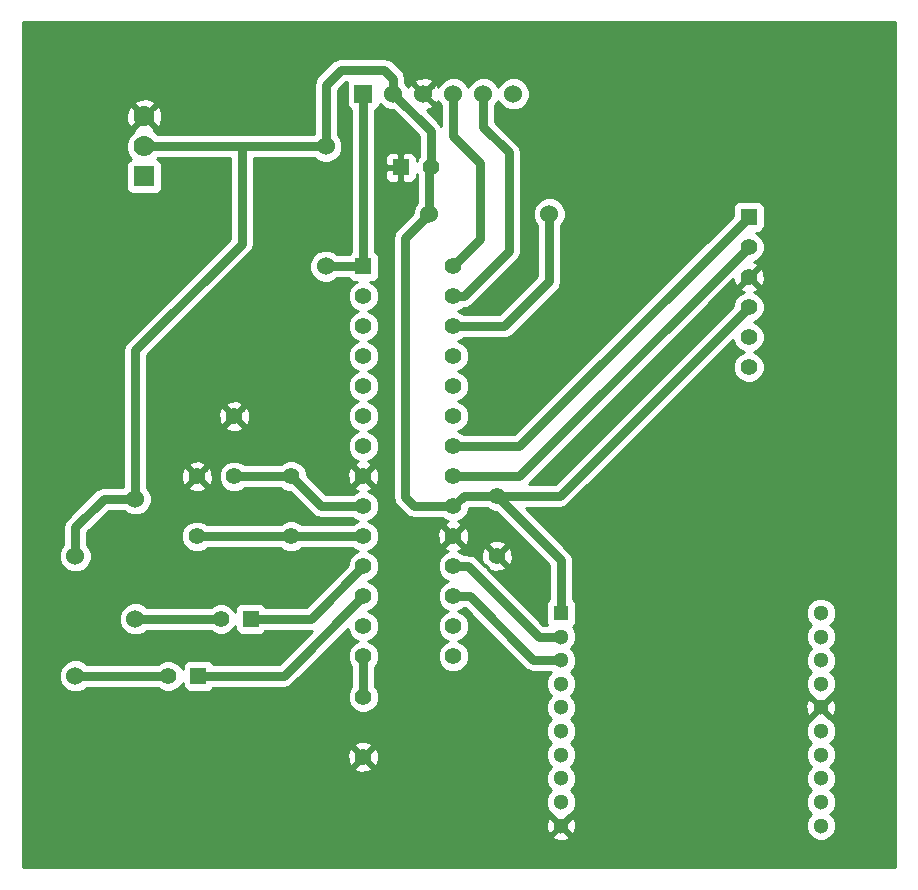
<source format=gbl>
G04 (created by PCBNEW (2013-07-07 BZR 4022)-stable) date 19/11/2014 11:58:33*
%MOIN*%
G04 Gerber Fmt 3.4, Leading zero omitted, Abs format*
%FSLAX34Y34*%
G01*
G70*
G90*
G04 APERTURE LIST*
%ADD10C,0.00590551*%
%ADD11R,0.055X0.055*%
%ADD12C,0.055*%
%ADD13R,0.0511811X0.0511811*%
%ADD14C,0.0511811*%
%ADD15C,0.06*%
%ADD16R,0.06X0.06*%
%ADD17C,0.056*%
%ADD18C,0.07*%
%ADD19R,0.07X0.07*%
%ADD20C,0.03*%
%ADD21C,0.01*%
G04 APERTURE END LIST*
G54D10*
G54D11*
X73350Y-31400D03*
G54D12*
X73350Y-32400D03*
X73350Y-33400D03*
X73350Y-34400D03*
X73350Y-35400D03*
X73350Y-36400D03*
G54D13*
X67088Y-44603D03*
G54D14*
X75750Y-44603D03*
X67088Y-45390D03*
X75750Y-45390D03*
X67088Y-46177D03*
X75750Y-46177D03*
X67088Y-46965D03*
X75750Y-46965D03*
X67088Y-47752D03*
X75750Y-47752D03*
X67088Y-48540D03*
X75750Y-48540D03*
X67088Y-49327D03*
X75750Y-49327D03*
X67088Y-50114D03*
X75750Y-50114D03*
X67088Y-50902D03*
X75750Y-50902D03*
X67088Y-51689D03*
X75750Y-51689D03*
G54D15*
X59250Y-29050D03*
X59250Y-33050D03*
X66700Y-31300D03*
X62700Y-31300D03*
X50900Y-46700D03*
X50900Y-42700D03*
X52900Y-44800D03*
X52900Y-40800D03*
G54D16*
X60500Y-27300D03*
G54D15*
X61500Y-27300D03*
X62500Y-27300D03*
X63500Y-27300D03*
X64500Y-27300D03*
X65500Y-27300D03*
G54D11*
X55000Y-46700D03*
G54D12*
X54000Y-46700D03*
G54D11*
X56750Y-44800D03*
G54D12*
X55750Y-44800D03*
G54D17*
X58100Y-40050D03*
X58100Y-42050D03*
G54D12*
X60500Y-34050D03*
X60500Y-35050D03*
X60500Y-36050D03*
X60500Y-37050D03*
X60500Y-38050D03*
X60500Y-39050D03*
X60500Y-40050D03*
X60500Y-41050D03*
X60500Y-42050D03*
X60500Y-43050D03*
X60500Y-44050D03*
X60500Y-45050D03*
X60500Y-46050D03*
G54D11*
X60500Y-33050D03*
G54D12*
X63500Y-46050D03*
X63500Y-45050D03*
X63500Y-44050D03*
X63500Y-43050D03*
X63500Y-42050D03*
X63500Y-41050D03*
X63500Y-40050D03*
X63500Y-39050D03*
X63500Y-38050D03*
X63500Y-37050D03*
X63500Y-36050D03*
X63500Y-35050D03*
X63500Y-34050D03*
X63500Y-33050D03*
X54950Y-42050D03*
X54950Y-40050D03*
X56200Y-40050D03*
X56200Y-38050D03*
X60500Y-49400D03*
X60500Y-47400D03*
X64950Y-40700D03*
X64950Y-42700D03*
G54D11*
X61750Y-29750D03*
G54D12*
X62750Y-29750D03*
G54D18*
X53200Y-28050D03*
X53200Y-29050D03*
G54D19*
X53200Y-30050D03*
G54D20*
X63500Y-41050D02*
X62200Y-41050D01*
X61900Y-32100D02*
X62700Y-31300D01*
X61900Y-40750D02*
X61900Y-32100D01*
X62200Y-41050D02*
X61900Y-40750D01*
X52900Y-40800D02*
X52900Y-35850D01*
X56450Y-32300D02*
X56450Y-29050D01*
X52900Y-35850D02*
X56450Y-32300D01*
X53200Y-29050D02*
X56450Y-29050D01*
X56450Y-29050D02*
X59250Y-29050D01*
X67088Y-44603D02*
X67088Y-42838D01*
X67088Y-42838D02*
X64950Y-40700D01*
X64950Y-40700D02*
X63850Y-40700D01*
X63850Y-40700D02*
X63500Y-41050D01*
X64950Y-40700D02*
X67050Y-40700D01*
X67050Y-40700D02*
X73350Y-34400D01*
X62700Y-31300D02*
X62700Y-29800D01*
X62700Y-29800D02*
X62750Y-29750D01*
X62750Y-29750D02*
X62750Y-28550D01*
X62750Y-28550D02*
X61500Y-27300D01*
X61500Y-27300D02*
X61500Y-26800D01*
X61500Y-26800D02*
X61200Y-26500D01*
X61200Y-26500D02*
X59750Y-26500D01*
X59250Y-27000D02*
X59250Y-29050D01*
X59750Y-26500D02*
X59250Y-27000D01*
X50900Y-42700D02*
X50900Y-41750D01*
X51850Y-40800D02*
X52900Y-40800D01*
X50900Y-41750D02*
X51850Y-40800D01*
X60500Y-27300D02*
X60500Y-33050D01*
X60500Y-33050D02*
X59250Y-33050D01*
X63500Y-34050D02*
X63850Y-34050D01*
X64500Y-28400D02*
X64500Y-27300D01*
X65350Y-29250D02*
X64500Y-28400D01*
X65350Y-32550D02*
X65350Y-29250D01*
X63850Y-34050D02*
X65350Y-32550D01*
X63500Y-27300D02*
X63500Y-28700D01*
X64400Y-32150D02*
X63500Y-33050D01*
X64400Y-29600D02*
X64400Y-32150D01*
X63500Y-28700D02*
X64400Y-29600D01*
X67088Y-45390D02*
X66340Y-45390D01*
X64000Y-43050D02*
X63500Y-43050D01*
X66340Y-45390D02*
X64000Y-43050D01*
X63500Y-39050D02*
X65700Y-39050D01*
X65700Y-39050D02*
X73350Y-31400D01*
X63500Y-40050D02*
X65700Y-40050D01*
X65700Y-40050D02*
X73350Y-32400D01*
X67088Y-46177D02*
X66172Y-46177D01*
X64044Y-44050D02*
X63500Y-44050D01*
X66172Y-46177D02*
X64044Y-44050D01*
X60500Y-47400D02*
X60500Y-46050D01*
X56200Y-40050D02*
X58100Y-40050D01*
X58100Y-40050D02*
X59100Y-41050D01*
X59100Y-41050D02*
X60500Y-41050D01*
X60500Y-42050D02*
X58100Y-42050D01*
X54950Y-42050D02*
X58100Y-42050D01*
X66700Y-31300D02*
X66700Y-33550D01*
X65200Y-35050D02*
X63500Y-35050D01*
X66700Y-33550D02*
X65200Y-35050D01*
X56750Y-44800D02*
X58750Y-44800D01*
X58750Y-44800D02*
X60500Y-43050D01*
X55000Y-46700D02*
X57850Y-46700D01*
X57850Y-46700D02*
X60500Y-44050D01*
X52900Y-44800D02*
X55750Y-44800D01*
X50900Y-46700D02*
X54000Y-46700D01*
G54D10*
G36*
X78230Y-53080D02*
X76261Y-53080D01*
X76261Y-47823D01*
X76256Y-47739D01*
X76256Y-46865D01*
X76179Y-46679D01*
X76072Y-46571D01*
X76179Y-46464D01*
X76256Y-46279D01*
X76256Y-46077D01*
X76179Y-45891D01*
X76072Y-45784D01*
X76179Y-45677D01*
X76256Y-45491D01*
X76256Y-45290D01*
X76179Y-45104D01*
X76072Y-44996D01*
X76179Y-44890D01*
X76256Y-44704D01*
X76256Y-44502D01*
X76179Y-44316D01*
X76037Y-44174D01*
X75851Y-44097D01*
X75650Y-44097D01*
X75464Y-44174D01*
X75321Y-44316D01*
X75244Y-44502D01*
X75244Y-44703D01*
X75321Y-44889D01*
X75428Y-44996D01*
X75321Y-45103D01*
X75244Y-45289D01*
X75244Y-45490D01*
X75321Y-45676D01*
X75428Y-45784D01*
X75321Y-45891D01*
X75244Y-46076D01*
X75244Y-46278D01*
X75321Y-46464D01*
X75428Y-46571D01*
X75321Y-46678D01*
X75244Y-46864D01*
X75244Y-47065D01*
X75321Y-47251D01*
X75463Y-47393D01*
X75467Y-47395D01*
X75467Y-47398D01*
X75750Y-47682D01*
X76033Y-47398D01*
X76032Y-47395D01*
X76036Y-47394D01*
X76179Y-47252D01*
X76256Y-47066D01*
X76256Y-46865D01*
X76256Y-47739D01*
X76249Y-47623D01*
X76195Y-47491D01*
X76104Y-47469D01*
X75821Y-47752D01*
X76104Y-48035D01*
X76195Y-48014D01*
X76261Y-47823D01*
X76261Y-53080D01*
X76256Y-53080D01*
X76256Y-51589D01*
X76179Y-51403D01*
X76072Y-51296D01*
X76179Y-51189D01*
X76256Y-51003D01*
X76256Y-50802D01*
X76179Y-50616D01*
X76072Y-50508D01*
X76179Y-50401D01*
X76256Y-50216D01*
X76256Y-50014D01*
X76179Y-49828D01*
X76072Y-49721D01*
X76179Y-49614D01*
X76256Y-49428D01*
X76256Y-49227D01*
X76179Y-49041D01*
X76072Y-48933D01*
X76179Y-48827D01*
X76256Y-48641D01*
X76256Y-48439D01*
X76179Y-48253D01*
X76037Y-48111D01*
X76032Y-48109D01*
X76033Y-48106D01*
X75750Y-47823D01*
X75679Y-47894D01*
X75679Y-47752D01*
X75396Y-47469D01*
X75305Y-47491D01*
X75239Y-47681D01*
X75251Y-47882D01*
X75305Y-48014D01*
X75396Y-48035D01*
X75679Y-47752D01*
X75679Y-47894D01*
X75467Y-48106D01*
X75467Y-48109D01*
X75464Y-48111D01*
X75321Y-48253D01*
X75244Y-48439D01*
X75244Y-48640D01*
X75321Y-48826D01*
X75428Y-48933D01*
X75321Y-49040D01*
X75244Y-49226D01*
X75244Y-49427D01*
X75321Y-49613D01*
X75428Y-49721D01*
X75321Y-49828D01*
X75244Y-50013D01*
X75244Y-50215D01*
X75321Y-50401D01*
X75428Y-50508D01*
X75321Y-50615D01*
X75244Y-50801D01*
X75244Y-51002D01*
X75321Y-51188D01*
X75428Y-51296D01*
X75321Y-51402D01*
X75244Y-51588D01*
X75244Y-51789D01*
X75321Y-51975D01*
X75463Y-52118D01*
X75649Y-52195D01*
X75850Y-52195D01*
X76036Y-52118D01*
X76179Y-51976D01*
X76256Y-51790D01*
X76256Y-51589D01*
X76256Y-53080D01*
X73879Y-53080D01*
X73879Y-33475D01*
X73868Y-33267D01*
X73810Y-33127D01*
X73717Y-33102D01*
X73420Y-33400D01*
X73717Y-33697D01*
X73810Y-33672D01*
X73879Y-33475D01*
X73879Y-53080D01*
X73875Y-53080D01*
X73875Y-36296D01*
X73795Y-36103D01*
X73647Y-35955D01*
X73514Y-35899D01*
X73647Y-35845D01*
X73794Y-35697D01*
X73874Y-35504D01*
X73875Y-35296D01*
X73795Y-35103D01*
X73647Y-34955D01*
X73514Y-34899D01*
X73647Y-34845D01*
X73794Y-34697D01*
X73874Y-34504D01*
X73875Y-34296D01*
X73795Y-34103D01*
X73647Y-33955D01*
X73521Y-33902D01*
X73622Y-33860D01*
X73647Y-33767D01*
X73350Y-33470D01*
X73052Y-33767D01*
X73077Y-33860D01*
X73187Y-33899D01*
X73053Y-33954D01*
X72905Y-34102D01*
X72825Y-34295D01*
X72825Y-34359D01*
X66884Y-40300D01*
X66015Y-40300D01*
X72828Y-33486D01*
X72831Y-33532D01*
X72889Y-33672D01*
X72982Y-33697D01*
X73279Y-33400D01*
X73273Y-33394D01*
X73344Y-33323D01*
X73350Y-33329D01*
X73647Y-33032D01*
X73622Y-32939D01*
X73512Y-32900D01*
X73647Y-32845D01*
X73794Y-32697D01*
X73874Y-32504D01*
X73875Y-32296D01*
X73795Y-32103D01*
X73647Y-31955D01*
X73575Y-31925D01*
X73674Y-31925D01*
X73766Y-31887D01*
X73836Y-31816D01*
X73874Y-31724D01*
X73875Y-31625D01*
X73875Y-31075D01*
X73837Y-30983D01*
X73766Y-30913D01*
X73674Y-30875D01*
X73575Y-30874D01*
X73025Y-30874D01*
X72933Y-30912D01*
X72863Y-30983D01*
X72825Y-31075D01*
X72824Y-31174D01*
X72824Y-31359D01*
X65534Y-38650D01*
X63842Y-38650D01*
X63797Y-38605D01*
X63664Y-38549D01*
X63797Y-38495D01*
X63944Y-38347D01*
X64024Y-38154D01*
X64025Y-37946D01*
X63945Y-37753D01*
X63797Y-37605D01*
X63664Y-37549D01*
X63797Y-37495D01*
X63944Y-37347D01*
X64024Y-37154D01*
X64025Y-36946D01*
X63945Y-36753D01*
X63797Y-36605D01*
X63664Y-36549D01*
X63797Y-36495D01*
X63944Y-36347D01*
X64024Y-36154D01*
X64025Y-35946D01*
X63945Y-35753D01*
X63797Y-35605D01*
X63664Y-35549D01*
X63797Y-35495D01*
X63842Y-35450D01*
X65200Y-35450D01*
X65200Y-35449D01*
X65327Y-35424D01*
X65353Y-35419D01*
X65353Y-35419D01*
X65482Y-35332D01*
X66982Y-33832D01*
X66982Y-33832D01*
X67040Y-33746D01*
X67069Y-33703D01*
X67069Y-33703D01*
X67099Y-33550D01*
X67100Y-33550D01*
X67100Y-31677D01*
X67165Y-31611D01*
X67249Y-31409D01*
X67250Y-31191D01*
X67166Y-30988D01*
X67011Y-30834D01*
X66809Y-30750D01*
X66591Y-30749D01*
X66388Y-30833D01*
X66234Y-30988D01*
X66150Y-31190D01*
X66149Y-31408D01*
X66233Y-31611D01*
X66300Y-31677D01*
X66300Y-33384D01*
X65034Y-34650D01*
X63842Y-34650D01*
X63797Y-34605D01*
X63664Y-34549D01*
X63797Y-34495D01*
X63842Y-34450D01*
X63850Y-34450D01*
X63850Y-34449D01*
X63977Y-34424D01*
X64003Y-34419D01*
X64003Y-34419D01*
X64132Y-34332D01*
X65632Y-32832D01*
X65632Y-32832D01*
X65690Y-32746D01*
X65719Y-32703D01*
X65719Y-32703D01*
X65749Y-32550D01*
X65750Y-32550D01*
X65750Y-29250D01*
X65724Y-29122D01*
X65719Y-29096D01*
X65719Y-29096D01*
X65632Y-28967D01*
X65632Y-28967D01*
X64900Y-28234D01*
X64900Y-27677D01*
X64965Y-27611D01*
X64999Y-27530D01*
X65033Y-27611D01*
X65188Y-27765D01*
X65390Y-27849D01*
X65608Y-27850D01*
X65811Y-27766D01*
X65965Y-27611D01*
X66049Y-27409D01*
X66050Y-27191D01*
X65966Y-26988D01*
X65811Y-26834D01*
X65609Y-26750D01*
X65391Y-26749D01*
X65188Y-26833D01*
X65034Y-26988D01*
X65000Y-27069D01*
X64966Y-26988D01*
X64811Y-26834D01*
X64609Y-26750D01*
X64391Y-26749D01*
X64188Y-26833D01*
X64034Y-26988D01*
X64000Y-27069D01*
X63966Y-26988D01*
X63811Y-26834D01*
X63609Y-26750D01*
X63391Y-26749D01*
X63188Y-26833D01*
X63034Y-26988D01*
X63002Y-27063D01*
X62981Y-27012D01*
X62885Y-26984D01*
X62815Y-27055D01*
X62815Y-26914D01*
X62787Y-26818D01*
X62581Y-26745D01*
X62363Y-26756D01*
X62212Y-26818D01*
X62184Y-26914D01*
X62500Y-27229D01*
X62815Y-26914D01*
X62815Y-27055D01*
X62570Y-27300D01*
X62885Y-27615D01*
X62981Y-27587D01*
X63000Y-27532D01*
X63033Y-27611D01*
X63100Y-27677D01*
X63100Y-28367D01*
X63032Y-28267D01*
X63032Y-28267D01*
X62610Y-27845D01*
X62636Y-27843D01*
X62787Y-27781D01*
X62815Y-27685D01*
X62500Y-27370D01*
X62494Y-27376D01*
X62423Y-27305D01*
X62429Y-27300D01*
X62114Y-26984D01*
X62018Y-27012D01*
X61999Y-27067D01*
X61966Y-26988D01*
X61900Y-26922D01*
X61900Y-26800D01*
X61899Y-26799D01*
X61869Y-26646D01*
X61869Y-26646D01*
X61840Y-26603D01*
X61782Y-26517D01*
X61782Y-26517D01*
X61482Y-26217D01*
X61353Y-26130D01*
X61327Y-26125D01*
X61200Y-26100D01*
X59750Y-26100D01*
X59596Y-26130D01*
X59553Y-26159D01*
X59467Y-26217D01*
X58967Y-26717D01*
X58880Y-26846D01*
X58875Y-26872D01*
X58850Y-27000D01*
X58850Y-28650D01*
X56450Y-28650D01*
X53804Y-28650D01*
X53804Y-28143D01*
X53794Y-27905D01*
X53722Y-27732D01*
X53622Y-27698D01*
X53551Y-27769D01*
X53551Y-27627D01*
X53517Y-27527D01*
X53293Y-27445D01*
X53055Y-27455D01*
X52882Y-27527D01*
X52848Y-27627D01*
X53200Y-27979D01*
X53551Y-27627D01*
X53551Y-27769D01*
X53270Y-28050D01*
X53622Y-28401D01*
X53722Y-28367D01*
X53804Y-28143D01*
X53804Y-28650D01*
X53648Y-28650D01*
X53540Y-28541D01*
X53529Y-28537D01*
X53551Y-28472D01*
X53200Y-28120D01*
X53129Y-28191D01*
X53129Y-28050D01*
X52777Y-27698D01*
X52677Y-27732D01*
X52595Y-27956D01*
X52605Y-28194D01*
X52677Y-28367D01*
X52777Y-28401D01*
X53129Y-28050D01*
X53129Y-28191D01*
X52848Y-28472D01*
X52870Y-28537D01*
X52860Y-28541D01*
X52691Y-28709D01*
X52600Y-28930D01*
X52599Y-29168D01*
X52691Y-29389D01*
X52765Y-29464D01*
X52708Y-29487D01*
X52638Y-29558D01*
X52600Y-29650D01*
X52599Y-29749D01*
X52599Y-30449D01*
X52637Y-30541D01*
X52708Y-30611D01*
X52800Y-30649D01*
X52899Y-30650D01*
X53599Y-30650D01*
X53691Y-30612D01*
X53761Y-30541D01*
X53799Y-30449D01*
X53800Y-30350D01*
X53800Y-29650D01*
X53762Y-29558D01*
X53691Y-29488D01*
X53634Y-29464D01*
X53648Y-29450D01*
X56050Y-29450D01*
X56050Y-32134D01*
X52617Y-35567D01*
X52530Y-35696D01*
X52525Y-35722D01*
X52500Y-35850D01*
X52500Y-40400D01*
X51850Y-40400D01*
X51696Y-40430D01*
X51653Y-40459D01*
X51567Y-40517D01*
X50617Y-41467D01*
X50530Y-41596D01*
X50525Y-41622D01*
X50500Y-41750D01*
X50500Y-42322D01*
X50434Y-42388D01*
X50350Y-42590D01*
X50349Y-42808D01*
X50433Y-43011D01*
X50588Y-43165D01*
X50790Y-43249D01*
X51008Y-43250D01*
X51211Y-43166D01*
X51365Y-43011D01*
X51449Y-42809D01*
X51450Y-42591D01*
X51366Y-42388D01*
X51300Y-42322D01*
X51300Y-41915D01*
X52015Y-41200D01*
X52522Y-41200D01*
X52588Y-41265D01*
X52790Y-41349D01*
X53008Y-41350D01*
X53211Y-41266D01*
X53365Y-41111D01*
X53449Y-40909D01*
X53450Y-40691D01*
X53366Y-40488D01*
X53300Y-40422D01*
X53300Y-36015D01*
X56732Y-32582D01*
X56732Y-32582D01*
X56790Y-32496D01*
X56819Y-32453D01*
X56819Y-32453D01*
X56849Y-32300D01*
X56850Y-32300D01*
X56850Y-29450D01*
X58872Y-29450D01*
X58938Y-29515D01*
X59140Y-29599D01*
X59358Y-29600D01*
X59561Y-29516D01*
X59715Y-29361D01*
X59799Y-29159D01*
X59800Y-28941D01*
X59716Y-28738D01*
X59650Y-28672D01*
X59650Y-27165D01*
X59915Y-26900D01*
X59970Y-26900D01*
X59950Y-26950D01*
X59949Y-27049D01*
X59949Y-27649D01*
X59987Y-27741D01*
X60058Y-27811D01*
X60100Y-27829D01*
X60100Y-32556D01*
X60083Y-32562D01*
X60013Y-32633D01*
X60006Y-32650D01*
X59627Y-32650D01*
X59561Y-32584D01*
X59359Y-32500D01*
X59141Y-32499D01*
X58938Y-32583D01*
X58784Y-32738D01*
X58700Y-32940D01*
X58699Y-33158D01*
X58783Y-33361D01*
X58938Y-33515D01*
X59140Y-33599D01*
X59358Y-33600D01*
X59561Y-33516D01*
X59627Y-33450D01*
X60006Y-33450D01*
X60012Y-33466D01*
X60083Y-33536D01*
X60175Y-33574D01*
X60274Y-33575D01*
X60274Y-33575D01*
X60203Y-33604D01*
X60055Y-33752D01*
X59975Y-33945D01*
X59974Y-34153D01*
X60054Y-34347D01*
X60202Y-34494D01*
X60335Y-34550D01*
X60203Y-34604D01*
X60055Y-34752D01*
X59975Y-34945D01*
X59974Y-35153D01*
X60054Y-35347D01*
X60202Y-35494D01*
X60335Y-35550D01*
X60203Y-35604D01*
X60055Y-35752D01*
X59975Y-35945D01*
X59974Y-36153D01*
X60054Y-36347D01*
X60202Y-36494D01*
X60335Y-36550D01*
X60203Y-36604D01*
X60055Y-36752D01*
X59975Y-36945D01*
X59974Y-37153D01*
X60054Y-37347D01*
X60202Y-37494D01*
X60335Y-37550D01*
X60203Y-37604D01*
X60055Y-37752D01*
X59975Y-37945D01*
X59974Y-38153D01*
X60054Y-38347D01*
X60202Y-38494D01*
X60335Y-38550D01*
X60203Y-38604D01*
X60055Y-38752D01*
X59975Y-38945D01*
X59974Y-39153D01*
X60054Y-39347D01*
X60202Y-39494D01*
X60328Y-39547D01*
X60227Y-39589D01*
X60202Y-39682D01*
X60500Y-39979D01*
X60797Y-39682D01*
X60772Y-39589D01*
X60662Y-39550D01*
X60797Y-39495D01*
X60944Y-39347D01*
X61024Y-39154D01*
X61025Y-38946D01*
X60945Y-38753D01*
X60797Y-38605D01*
X60664Y-38549D01*
X60797Y-38495D01*
X60944Y-38347D01*
X61024Y-38154D01*
X61025Y-37946D01*
X60945Y-37753D01*
X60797Y-37605D01*
X60664Y-37549D01*
X60797Y-37495D01*
X60944Y-37347D01*
X61024Y-37154D01*
X61025Y-36946D01*
X60945Y-36753D01*
X60797Y-36605D01*
X60664Y-36549D01*
X60797Y-36495D01*
X60944Y-36347D01*
X61024Y-36154D01*
X61025Y-35946D01*
X60945Y-35753D01*
X60797Y-35605D01*
X60664Y-35549D01*
X60797Y-35495D01*
X60944Y-35347D01*
X61024Y-35154D01*
X61025Y-34946D01*
X60945Y-34753D01*
X60797Y-34605D01*
X60664Y-34549D01*
X60797Y-34495D01*
X60944Y-34347D01*
X61024Y-34154D01*
X61025Y-33946D01*
X60945Y-33753D01*
X60797Y-33605D01*
X60725Y-33575D01*
X60824Y-33575D01*
X60916Y-33537D01*
X60986Y-33466D01*
X61024Y-33374D01*
X61025Y-33275D01*
X61025Y-32725D01*
X60987Y-32633D01*
X60916Y-32563D01*
X60900Y-32556D01*
X60900Y-27829D01*
X60941Y-27812D01*
X61011Y-27741D01*
X61049Y-27649D01*
X61049Y-27627D01*
X61188Y-27765D01*
X61390Y-27849D01*
X61484Y-27849D01*
X62350Y-28715D01*
X62350Y-29407D01*
X62305Y-29452D01*
X62275Y-29524D01*
X62275Y-29524D01*
X62274Y-29425D01*
X62236Y-29333D01*
X62166Y-29262D01*
X62074Y-29224D01*
X61862Y-29225D01*
X61800Y-29287D01*
X61800Y-29700D01*
X61807Y-29700D01*
X61807Y-29800D01*
X61800Y-29800D01*
X61800Y-30212D01*
X61862Y-30275D01*
X62074Y-30275D01*
X62166Y-30237D01*
X62236Y-30166D01*
X62274Y-30074D01*
X62275Y-29975D01*
X62275Y-29975D01*
X62300Y-30035D01*
X62300Y-30922D01*
X62234Y-30988D01*
X62150Y-31190D01*
X62150Y-31284D01*
X61700Y-31734D01*
X61700Y-30212D01*
X61700Y-29800D01*
X61700Y-29700D01*
X61700Y-29287D01*
X61637Y-29225D01*
X61425Y-29224D01*
X61333Y-29262D01*
X61263Y-29333D01*
X61225Y-29425D01*
X61224Y-29524D01*
X61225Y-29637D01*
X61287Y-29700D01*
X61700Y-29700D01*
X61700Y-29800D01*
X61287Y-29800D01*
X61225Y-29862D01*
X61224Y-29975D01*
X61225Y-30074D01*
X61263Y-30166D01*
X61333Y-30237D01*
X61425Y-30275D01*
X61637Y-30275D01*
X61700Y-30212D01*
X61700Y-31734D01*
X61617Y-31817D01*
X61530Y-31946D01*
X61525Y-31972D01*
X61500Y-32100D01*
X61500Y-40750D01*
X61525Y-40877D01*
X61530Y-40903D01*
X61617Y-41032D01*
X61917Y-41332D01*
X61917Y-41332D01*
X62003Y-41390D01*
X62046Y-41419D01*
X62046Y-41419D01*
X62199Y-41449D01*
X62200Y-41450D01*
X63157Y-41450D01*
X63202Y-41494D01*
X63328Y-41547D01*
X63227Y-41589D01*
X63202Y-41682D01*
X63500Y-41979D01*
X63797Y-41682D01*
X63772Y-41589D01*
X63662Y-41550D01*
X63797Y-41495D01*
X63944Y-41347D01*
X64024Y-41154D01*
X64024Y-41100D01*
X64607Y-41100D01*
X64652Y-41144D01*
X64845Y-41224D01*
X64909Y-41224D01*
X66688Y-43004D01*
X66688Y-44137D01*
X66621Y-44205D01*
X66583Y-44297D01*
X66583Y-44396D01*
X66583Y-44908D01*
X66616Y-44990D01*
X66506Y-44990D01*
X65479Y-43964D01*
X65479Y-42775D01*
X65468Y-42567D01*
X65410Y-42427D01*
X65317Y-42402D01*
X65247Y-42473D01*
X65247Y-42332D01*
X65222Y-42239D01*
X65025Y-42170D01*
X64817Y-42181D01*
X64677Y-42239D01*
X64652Y-42332D01*
X64950Y-42629D01*
X65247Y-42332D01*
X65247Y-42473D01*
X65020Y-42700D01*
X65317Y-42997D01*
X65410Y-42972D01*
X65479Y-42775D01*
X65479Y-43964D01*
X65247Y-43731D01*
X64618Y-43102D01*
X64652Y-43067D01*
X64677Y-43160D01*
X64874Y-43229D01*
X65082Y-43218D01*
X65222Y-43160D01*
X65247Y-43067D01*
X64950Y-42770D01*
X64944Y-42776D01*
X64879Y-42711D01*
X64873Y-42705D01*
X64879Y-42700D01*
X64582Y-42402D01*
X64489Y-42427D01*
X64420Y-42624D01*
X64431Y-42832D01*
X64489Y-42972D01*
X64582Y-42997D01*
X64547Y-43031D01*
X64282Y-42767D01*
X64153Y-42680D01*
X64127Y-42675D01*
X64029Y-42655D01*
X64029Y-42125D01*
X64018Y-41917D01*
X63960Y-41777D01*
X63867Y-41752D01*
X63570Y-42050D01*
X63867Y-42347D01*
X63960Y-42322D01*
X64029Y-42125D01*
X64029Y-42655D01*
X64000Y-42650D01*
X63842Y-42650D01*
X63797Y-42605D01*
X63671Y-42552D01*
X63772Y-42510D01*
X63797Y-42417D01*
X63500Y-42120D01*
X63429Y-42191D01*
X63429Y-42050D01*
X63132Y-41752D01*
X63039Y-41777D01*
X62970Y-41974D01*
X62981Y-42182D01*
X63039Y-42322D01*
X63132Y-42347D01*
X63429Y-42050D01*
X63429Y-42191D01*
X63202Y-42417D01*
X63227Y-42510D01*
X63337Y-42549D01*
X63203Y-42604D01*
X63055Y-42752D01*
X62975Y-42945D01*
X62974Y-43153D01*
X63054Y-43347D01*
X63202Y-43494D01*
X63335Y-43550D01*
X63203Y-43604D01*
X63055Y-43752D01*
X62975Y-43945D01*
X62974Y-44153D01*
X63054Y-44347D01*
X63202Y-44494D01*
X63335Y-44550D01*
X63203Y-44604D01*
X63055Y-44752D01*
X62975Y-44945D01*
X62974Y-45153D01*
X63054Y-45347D01*
X63202Y-45494D01*
X63335Y-45550D01*
X63203Y-45604D01*
X63055Y-45752D01*
X62975Y-45945D01*
X62974Y-46153D01*
X63054Y-46347D01*
X63202Y-46494D01*
X63395Y-46574D01*
X63603Y-46575D01*
X63797Y-46495D01*
X63944Y-46347D01*
X64024Y-46154D01*
X64025Y-45946D01*
X63945Y-45753D01*
X63797Y-45605D01*
X63664Y-45549D01*
X63797Y-45495D01*
X63944Y-45347D01*
X64024Y-45154D01*
X64025Y-44946D01*
X63945Y-44753D01*
X63797Y-44605D01*
X63664Y-44549D01*
X63797Y-44495D01*
X63842Y-44450D01*
X63878Y-44450D01*
X65889Y-46460D01*
X65889Y-46460D01*
X65975Y-46518D01*
X66018Y-46547D01*
X66018Y-46547D01*
X66172Y-46577D01*
X66760Y-46577D01*
X66660Y-46678D01*
X66583Y-46864D01*
X66582Y-47065D01*
X66659Y-47251D01*
X66767Y-47359D01*
X66660Y-47465D01*
X66583Y-47651D01*
X66582Y-47852D01*
X66659Y-48038D01*
X66767Y-48146D01*
X66660Y-48253D01*
X66583Y-48439D01*
X66582Y-48640D01*
X66659Y-48826D01*
X66767Y-48933D01*
X66660Y-49040D01*
X66583Y-49226D01*
X66582Y-49427D01*
X66659Y-49613D01*
X66767Y-49721D01*
X66660Y-49828D01*
X66583Y-50013D01*
X66582Y-50215D01*
X66659Y-50401D01*
X66767Y-50508D01*
X66660Y-50615D01*
X66583Y-50801D01*
X66582Y-51002D01*
X66659Y-51188D01*
X66802Y-51330D01*
X66806Y-51332D01*
X66805Y-51335D01*
X67088Y-51619D01*
X67372Y-51335D01*
X67371Y-51333D01*
X67375Y-51331D01*
X67517Y-51189D01*
X67594Y-51003D01*
X67594Y-50802D01*
X67518Y-50616D01*
X67410Y-50508D01*
X67517Y-50401D01*
X67594Y-50216D01*
X67594Y-50014D01*
X67518Y-49828D01*
X67410Y-49721D01*
X67517Y-49614D01*
X67594Y-49428D01*
X67594Y-49227D01*
X67518Y-49041D01*
X67410Y-48933D01*
X67517Y-48827D01*
X67594Y-48641D01*
X67594Y-48439D01*
X67518Y-48253D01*
X67410Y-48146D01*
X67517Y-48039D01*
X67594Y-47853D01*
X67594Y-47652D01*
X67518Y-47466D01*
X67410Y-47358D01*
X67517Y-47252D01*
X67594Y-47066D01*
X67594Y-46865D01*
X67518Y-46679D01*
X67410Y-46571D01*
X67517Y-46464D01*
X67594Y-46279D01*
X67594Y-46077D01*
X67518Y-45891D01*
X67410Y-45784D01*
X67517Y-45677D01*
X67594Y-45491D01*
X67594Y-45290D01*
X67518Y-45104D01*
X67485Y-45071D01*
X67486Y-45071D01*
X67556Y-45000D01*
X67594Y-44909D01*
X67594Y-44809D01*
X67594Y-44297D01*
X67556Y-44205D01*
X67488Y-44137D01*
X67488Y-42838D01*
X67458Y-42685D01*
X67458Y-42685D01*
X67429Y-42642D01*
X67371Y-42556D01*
X67371Y-42556D01*
X65915Y-41100D01*
X67050Y-41100D01*
X67050Y-41099D01*
X67177Y-41074D01*
X67203Y-41069D01*
X67203Y-41069D01*
X67332Y-40982D01*
X72824Y-35490D01*
X72824Y-35503D01*
X72904Y-35697D01*
X73052Y-35844D01*
X73185Y-35900D01*
X73053Y-35954D01*
X72905Y-36102D01*
X72825Y-36295D01*
X72824Y-36503D01*
X72904Y-36697D01*
X73052Y-36844D01*
X73245Y-36924D01*
X73453Y-36925D01*
X73647Y-36845D01*
X73794Y-36697D01*
X73874Y-36504D01*
X73875Y-36296D01*
X73875Y-53080D01*
X67599Y-53080D01*
X67599Y-51760D01*
X67588Y-51560D01*
X67533Y-51428D01*
X67442Y-51406D01*
X67159Y-51689D01*
X67442Y-51972D01*
X67533Y-51951D01*
X67599Y-51760D01*
X67599Y-53080D01*
X67372Y-53080D01*
X67372Y-52043D01*
X67088Y-51760D01*
X67018Y-51831D01*
X67018Y-51689D01*
X66735Y-51406D01*
X66644Y-51428D01*
X66578Y-51618D01*
X66589Y-51819D01*
X66644Y-51951D01*
X66735Y-51972D01*
X67018Y-51689D01*
X67018Y-51831D01*
X66805Y-52043D01*
X66827Y-52134D01*
X67017Y-52200D01*
X67218Y-52189D01*
X67350Y-52134D01*
X67372Y-52043D01*
X67372Y-53080D01*
X61029Y-53080D01*
X61029Y-49475D01*
X61029Y-40125D01*
X61018Y-39917D01*
X60960Y-39777D01*
X60867Y-39752D01*
X60570Y-40050D01*
X60867Y-40347D01*
X60960Y-40322D01*
X61029Y-40125D01*
X61029Y-49475D01*
X61025Y-49387D01*
X61025Y-47296D01*
X60945Y-47103D01*
X60900Y-47057D01*
X60900Y-46392D01*
X60944Y-46347D01*
X61024Y-46154D01*
X61025Y-45946D01*
X60945Y-45753D01*
X60797Y-45605D01*
X60664Y-45549D01*
X60797Y-45495D01*
X60944Y-45347D01*
X61024Y-45154D01*
X61025Y-44946D01*
X60945Y-44753D01*
X60797Y-44605D01*
X60664Y-44549D01*
X60797Y-44495D01*
X60944Y-44347D01*
X61024Y-44154D01*
X61025Y-43946D01*
X60945Y-43753D01*
X60797Y-43605D01*
X60664Y-43549D01*
X60797Y-43495D01*
X60944Y-43347D01*
X61024Y-43154D01*
X61025Y-42946D01*
X60945Y-42753D01*
X60797Y-42605D01*
X60664Y-42549D01*
X60797Y-42495D01*
X60944Y-42347D01*
X61024Y-42154D01*
X61025Y-41946D01*
X60945Y-41753D01*
X60797Y-41605D01*
X60664Y-41549D01*
X60797Y-41495D01*
X60944Y-41347D01*
X61024Y-41154D01*
X61025Y-40946D01*
X60945Y-40753D01*
X60797Y-40605D01*
X60671Y-40552D01*
X60772Y-40510D01*
X60797Y-40417D01*
X60500Y-40120D01*
X60429Y-40191D01*
X60429Y-40050D01*
X60132Y-39752D01*
X60039Y-39777D01*
X59970Y-39974D01*
X59981Y-40182D01*
X60039Y-40322D01*
X60132Y-40347D01*
X60429Y-40050D01*
X60429Y-40191D01*
X60202Y-40417D01*
X60227Y-40510D01*
X60337Y-40549D01*
X60203Y-40604D01*
X60157Y-40650D01*
X59265Y-40650D01*
X58630Y-40014D01*
X58630Y-39945D01*
X58549Y-39750D01*
X58400Y-39600D01*
X58205Y-39520D01*
X57995Y-39519D01*
X57800Y-39600D01*
X57750Y-39650D01*
X56729Y-39650D01*
X56729Y-38125D01*
X56718Y-37917D01*
X56660Y-37777D01*
X56567Y-37752D01*
X56497Y-37823D01*
X56497Y-37682D01*
X56472Y-37589D01*
X56275Y-37520D01*
X56067Y-37531D01*
X55927Y-37589D01*
X55902Y-37682D01*
X56200Y-37979D01*
X56497Y-37682D01*
X56497Y-37823D01*
X56270Y-38050D01*
X56567Y-38347D01*
X56660Y-38322D01*
X56729Y-38125D01*
X56729Y-39650D01*
X56542Y-39650D01*
X56497Y-39605D01*
X56497Y-39604D01*
X56497Y-38417D01*
X56200Y-38120D01*
X56129Y-38191D01*
X56129Y-38050D01*
X55832Y-37752D01*
X55739Y-37777D01*
X55670Y-37974D01*
X55681Y-38182D01*
X55739Y-38322D01*
X55832Y-38347D01*
X56129Y-38050D01*
X56129Y-38191D01*
X55902Y-38417D01*
X55927Y-38510D01*
X56124Y-38579D01*
X56332Y-38568D01*
X56472Y-38510D01*
X56497Y-38417D01*
X56497Y-39604D01*
X56304Y-39525D01*
X56096Y-39524D01*
X55903Y-39604D01*
X55755Y-39752D01*
X55675Y-39945D01*
X55674Y-40153D01*
X55754Y-40347D01*
X55902Y-40494D01*
X56095Y-40574D01*
X56303Y-40575D01*
X56497Y-40495D01*
X56542Y-40450D01*
X57750Y-40450D01*
X57799Y-40499D01*
X57994Y-40579D01*
X58064Y-40579D01*
X58817Y-41332D01*
X58817Y-41332D01*
X58903Y-41390D01*
X58946Y-41419D01*
X58946Y-41419D01*
X59100Y-41450D01*
X60157Y-41450D01*
X60202Y-41494D01*
X60335Y-41550D01*
X60203Y-41604D01*
X60157Y-41650D01*
X58449Y-41650D01*
X58400Y-41600D01*
X58205Y-41520D01*
X57995Y-41519D01*
X57800Y-41600D01*
X57750Y-41650D01*
X55479Y-41650D01*
X55479Y-40125D01*
X55468Y-39917D01*
X55410Y-39777D01*
X55317Y-39752D01*
X55247Y-39823D01*
X55247Y-39682D01*
X55222Y-39589D01*
X55025Y-39520D01*
X54817Y-39531D01*
X54677Y-39589D01*
X54652Y-39682D01*
X54950Y-39979D01*
X55247Y-39682D01*
X55247Y-39823D01*
X55020Y-40050D01*
X55317Y-40347D01*
X55410Y-40322D01*
X55479Y-40125D01*
X55479Y-41650D01*
X55292Y-41650D01*
X55247Y-41605D01*
X55247Y-41604D01*
X55247Y-40417D01*
X54950Y-40120D01*
X54879Y-40191D01*
X54879Y-40050D01*
X54582Y-39752D01*
X54489Y-39777D01*
X54420Y-39974D01*
X54431Y-40182D01*
X54489Y-40322D01*
X54582Y-40347D01*
X54879Y-40050D01*
X54879Y-40191D01*
X54652Y-40417D01*
X54677Y-40510D01*
X54874Y-40579D01*
X55082Y-40568D01*
X55222Y-40510D01*
X55247Y-40417D01*
X55247Y-41604D01*
X55054Y-41525D01*
X54846Y-41524D01*
X54653Y-41604D01*
X54505Y-41752D01*
X54425Y-41945D01*
X54424Y-42153D01*
X54504Y-42347D01*
X54652Y-42494D01*
X54845Y-42574D01*
X55053Y-42575D01*
X55247Y-42495D01*
X55292Y-42450D01*
X57750Y-42450D01*
X57799Y-42499D01*
X57994Y-42579D01*
X58204Y-42580D01*
X58399Y-42499D01*
X58449Y-42450D01*
X60157Y-42450D01*
X60202Y-42494D01*
X60335Y-42550D01*
X60203Y-42604D01*
X60055Y-42752D01*
X59975Y-42945D01*
X59975Y-43009D01*
X58584Y-44400D01*
X57243Y-44400D01*
X57237Y-44383D01*
X57166Y-44313D01*
X57074Y-44275D01*
X56975Y-44274D01*
X56425Y-44274D01*
X56333Y-44312D01*
X56263Y-44383D01*
X56225Y-44475D01*
X56224Y-44574D01*
X56224Y-44574D01*
X56195Y-44503D01*
X56047Y-44355D01*
X55854Y-44275D01*
X55646Y-44274D01*
X55453Y-44354D01*
X55407Y-44400D01*
X53277Y-44400D01*
X53211Y-44334D01*
X53009Y-44250D01*
X52791Y-44249D01*
X52588Y-44333D01*
X52434Y-44488D01*
X52350Y-44690D01*
X52349Y-44908D01*
X52433Y-45111D01*
X52588Y-45265D01*
X52790Y-45349D01*
X53008Y-45350D01*
X53211Y-45266D01*
X53277Y-45200D01*
X55407Y-45200D01*
X55452Y-45244D01*
X55645Y-45324D01*
X55853Y-45325D01*
X56047Y-45245D01*
X56194Y-45097D01*
X56224Y-45025D01*
X56224Y-45124D01*
X56262Y-45216D01*
X56333Y-45286D01*
X56425Y-45324D01*
X56524Y-45325D01*
X57074Y-45325D01*
X57166Y-45287D01*
X57236Y-45216D01*
X57243Y-45200D01*
X58750Y-45200D01*
X58750Y-45199D01*
X58792Y-45191D01*
X57684Y-46300D01*
X55493Y-46300D01*
X55487Y-46283D01*
X55416Y-46213D01*
X55324Y-46175D01*
X55225Y-46174D01*
X54675Y-46174D01*
X54583Y-46212D01*
X54513Y-46283D01*
X54475Y-46375D01*
X54474Y-46474D01*
X54474Y-46474D01*
X54445Y-46403D01*
X54297Y-46255D01*
X54104Y-46175D01*
X53896Y-46174D01*
X53703Y-46254D01*
X53657Y-46300D01*
X51277Y-46300D01*
X51211Y-46234D01*
X51009Y-46150D01*
X50791Y-46149D01*
X50588Y-46233D01*
X50434Y-46388D01*
X50350Y-46590D01*
X50349Y-46808D01*
X50433Y-47011D01*
X50588Y-47165D01*
X50790Y-47249D01*
X51008Y-47250D01*
X51211Y-47166D01*
X51277Y-47100D01*
X53657Y-47100D01*
X53702Y-47144D01*
X53895Y-47224D01*
X54103Y-47225D01*
X54297Y-47145D01*
X54444Y-46997D01*
X54474Y-46925D01*
X54474Y-47024D01*
X54512Y-47116D01*
X54583Y-47186D01*
X54675Y-47224D01*
X54774Y-47225D01*
X55324Y-47225D01*
X55416Y-47187D01*
X55486Y-47116D01*
X55493Y-47100D01*
X57850Y-47100D01*
X57850Y-47099D01*
X57977Y-47074D01*
X58003Y-47069D01*
X58003Y-47069D01*
X58132Y-46982D01*
X59974Y-45140D01*
X59974Y-45153D01*
X60054Y-45347D01*
X60202Y-45494D01*
X60335Y-45550D01*
X60203Y-45604D01*
X60055Y-45752D01*
X59975Y-45945D01*
X59974Y-46153D01*
X60054Y-46347D01*
X60100Y-46392D01*
X60100Y-47057D01*
X60055Y-47102D01*
X59975Y-47295D01*
X59974Y-47503D01*
X60054Y-47697D01*
X60202Y-47844D01*
X60395Y-47924D01*
X60603Y-47925D01*
X60797Y-47845D01*
X60944Y-47697D01*
X61024Y-47504D01*
X61025Y-47296D01*
X61025Y-49387D01*
X61018Y-49267D01*
X60960Y-49127D01*
X60867Y-49102D01*
X60797Y-49173D01*
X60797Y-49032D01*
X60772Y-48939D01*
X60575Y-48870D01*
X60367Y-48881D01*
X60227Y-48939D01*
X60202Y-49032D01*
X60500Y-49329D01*
X60797Y-49032D01*
X60797Y-49173D01*
X60570Y-49400D01*
X60867Y-49697D01*
X60960Y-49672D01*
X61029Y-49475D01*
X61029Y-53080D01*
X60797Y-53080D01*
X60797Y-49767D01*
X60500Y-49470D01*
X60429Y-49541D01*
X60429Y-49400D01*
X60132Y-49102D01*
X60039Y-49127D01*
X59970Y-49324D01*
X59981Y-49532D01*
X60039Y-49672D01*
X60132Y-49697D01*
X60429Y-49400D01*
X60429Y-49541D01*
X60202Y-49767D01*
X60227Y-49860D01*
X60424Y-49929D01*
X60632Y-49918D01*
X60772Y-49860D01*
X60797Y-49767D01*
X60797Y-53080D01*
X49169Y-53080D01*
X49169Y-24919D01*
X49350Y-24919D01*
X78230Y-24919D01*
X78230Y-53080D01*
X78230Y-53080D01*
G37*
G54D21*
X78230Y-53080D02*
X76261Y-53080D01*
X76261Y-47823D01*
X76256Y-47739D01*
X76256Y-46865D01*
X76179Y-46679D01*
X76072Y-46571D01*
X76179Y-46464D01*
X76256Y-46279D01*
X76256Y-46077D01*
X76179Y-45891D01*
X76072Y-45784D01*
X76179Y-45677D01*
X76256Y-45491D01*
X76256Y-45290D01*
X76179Y-45104D01*
X76072Y-44996D01*
X76179Y-44890D01*
X76256Y-44704D01*
X76256Y-44502D01*
X76179Y-44316D01*
X76037Y-44174D01*
X75851Y-44097D01*
X75650Y-44097D01*
X75464Y-44174D01*
X75321Y-44316D01*
X75244Y-44502D01*
X75244Y-44703D01*
X75321Y-44889D01*
X75428Y-44996D01*
X75321Y-45103D01*
X75244Y-45289D01*
X75244Y-45490D01*
X75321Y-45676D01*
X75428Y-45784D01*
X75321Y-45891D01*
X75244Y-46076D01*
X75244Y-46278D01*
X75321Y-46464D01*
X75428Y-46571D01*
X75321Y-46678D01*
X75244Y-46864D01*
X75244Y-47065D01*
X75321Y-47251D01*
X75463Y-47393D01*
X75467Y-47395D01*
X75467Y-47398D01*
X75750Y-47682D01*
X76033Y-47398D01*
X76032Y-47395D01*
X76036Y-47394D01*
X76179Y-47252D01*
X76256Y-47066D01*
X76256Y-46865D01*
X76256Y-47739D01*
X76249Y-47623D01*
X76195Y-47491D01*
X76104Y-47469D01*
X75821Y-47752D01*
X76104Y-48035D01*
X76195Y-48014D01*
X76261Y-47823D01*
X76261Y-53080D01*
X76256Y-53080D01*
X76256Y-51589D01*
X76179Y-51403D01*
X76072Y-51296D01*
X76179Y-51189D01*
X76256Y-51003D01*
X76256Y-50802D01*
X76179Y-50616D01*
X76072Y-50508D01*
X76179Y-50401D01*
X76256Y-50216D01*
X76256Y-50014D01*
X76179Y-49828D01*
X76072Y-49721D01*
X76179Y-49614D01*
X76256Y-49428D01*
X76256Y-49227D01*
X76179Y-49041D01*
X76072Y-48933D01*
X76179Y-48827D01*
X76256Y-48641D01*
X76256Y-48439D01*
X76179Y-48253D01*
X76037Y-48111D01*
X76032Y-48109D01*
X76033Y-48106D01*
X75750Y-47823D01*
X75679Y-47894D01*
X75679Y-47752D01*
X75396Y-47469D01*
X75305Y-47491D01*
X75239Y-47681D01*
X75251Y-47882D01*
X75305Y-48014D01*
X75396Y-48035D01*
X75679Y-47752D01*
X75679Y-47894D01*
X75467Y-48106D01*
X75467Y-48109D01*
X75464Y-48111D01*
X75321Y-48253D01*
X75244Y-48439D01*
X75244Y-48640D01*
X75321Y-48826D01*
X75428Y-48933D01*
X75321Y-49040D01*
X75244Y-49226D01*
X75244Y-49427D01*
X75321Y-49613D01*
X75428Y-49721D01*
X75321Y-49828D01*
X75244Y-50013D01*
X75244Y-50215D01*
X75321Y-50401D01*
X75428Y-50508D01*
X75321Y-50615D01*
X75244Y-50801D01*
X75244Y-51002D01*
X75321Y-51188D01*
X75428Y-51296D01*
X75321Y-51402D01*
X75244Y-51588D01*
X75244Y-51789D01*
X75321Y-51975D01*
X75463Y-52118D01*
X75649Y-52195D01*
X75850Y-52195D01*
X76036Y-52118D01*
X76179Y-51976D01*
X76256Y-51790D01*
X76256Y-51589D01*
X76256Y-53080D01*
X73879Y-53080D01*
X73879Y-33475D01*
X73868Y-33267D01*
X73810Y-33127D01*
X73717Y-33102D01*
X73420Y-33400D01*
X73717Y-33697D01*
X73810Y-33672D01*
X73879Y-33475D01*
X73879Y-53080D01*
X73875Y-53080D01*
X73875Y-36296D01*
X73795Y-36103D01*
X73647Y-35955D01*
X73514Y-35899D01*
X73647Y-35845D01*
X73794Y-35697D01*
X73874Y-35504D01*
X73875Y-35296D01*
X73795Y-35103D01*
X73647Y-34955D01*
X73514Y-34899D01*
X73647Y-34845D01*
X73794Y-34697D01*
X73874Y-34504D01*
X73875Y-34296D01*
X73795Y-34103D01*
X73647Y-33955D01*
X73521Y-33902D01*
X73622Y-33860D01*
X73647Y-33767D01*
X73350Y-33470D01*
X73052Y-33767D01*
X73077Y-33860D01*
X73187Y-33899D01*
X73053Y-33954D01*
X72905Y-34102D01*
X72825Y-34295D01*
X72825Y-34359D01*
X66884Y-40300D01*
X66015Y-40300D01*
X72828Y-33486D01*
X72831Y-33532D01*
X72889Y-33672D01*
X72982Y-33697D01*
X73279Y-33400D01*
X73273Y-33394D01*
X73344Y-33323D01*
X73350Y-33329D01*
X73647Y-33032D01*
X73622Y-32939D01*
X73512Y-32900D01*
X73647Y-32845D01*
X73794Y-32697D01*
X73874Y-32504D01*
X73875Y-32296D01*
X73795Y-32103D01*
X73647Y-31955D01*
X73575Y-31925D01*
X73674Y-31925D01*
X73766Y-31887D01*
X73836Y-31816D01*
X73874Y-31724D01*
X73875Y-31625D01*
X73875Y-31075D01*
X73837Y-30983D01*
X73766Y-30913D01*
X73674Y-30875D01*
X73575Y-30874D01*
X73025Y-30874D01*
X72933Y-30912D01*
X72863Y-30983D01*
X72825Y-31075D01*
X72824Y-31174D01*
X72824Y-31359D01*
X65534Y-38650D01*
X63842Y-38650D01*
X63797Y-38605D01*
X63664Y-38549D01*
X63797Y-38495D01*
X63944Y-38347D01*
X64024Y-38154D01*
X64025Y-37946D01*
X63945Y-37753D01*
X63797Y-37605D01*
X63664Y-37549D01*
X63797Y-37495D01*
X63944Y-37347D01*
X64024Y-37154D01*
X64025Y-36946D01*
X63945Y-36753D01*
X63797Y-36605D01*
X63664Y-36549D01*
X63797Y-36495D01*
X63944Y-36347D01*
X64024Y-36154D01*
X64025Y-35946D01*
X63945Y-35753D01*
X63797Y-35605D01*
X63664Y-35549D01*
X63797Y-35495D01*
X63842Y-35450D01*
X65200Y-35450D01*
X65200Y-35449D01*
X65327Y-35424D01*
X65353Y-35419D01*
X65353Y-35419D01*
X65482Y-35332D01*
X66982Y-33832D01*
X66982Y-33832D01*
X67040Y-33746D01*
X67069Y-33703D01*
X67069Y-33703D01*
X67099Y-33550D01*
X67100Y-33550D01*
X67100Y-31677D01*
X67165Y-31611D01*
X67249Y-31409D01*
X67250Y-31191D01*
X67166Y-30988D01*
X67011Y-30834D01*
X66809Y-30750D01*
X66591Y-30749D01*
X66388Y-30833D01*
X66234Y-30988D01*
X66150Y-31190D01*
X66149Y-31408D01*
X66233Y-31611D01*
X66300Y-31677D01*
X66300Y-33384D01*
X65034Y-34650D01*
X63842Y-34650D01*
X63797Y-34605D01*
X63664Y-34549D01*
X63797Y-34495D01*
X63842Y-34450D01*
X63850Y-34450D01*
X63850Y-34449D01*
X63977Y-34424D01*
X64003Y-34419D01*
X64003Y-34419D01*
X64132Y-34332D01*
X65632Y-32832D01*
X65632Y-32832D01*
X65690Y-32746D01*
X65719Y-32703D01*
X65719Y-32703D01*
X65749Y-32550D01*
X65750Y-32550D01*
X65750Y-29250D01*
X65724Y-29122D01*
X65719Y-29096D01*
X65719Y-29096D01*
X65632Y-28967D01*
X65632Y-28967D01*
X64900Y-28234D01*
X64900Y-27677D01*
X64965Y-27611D01*
X64999Y-27530D01*
X65033Y-27611D01*
X65188Y-27765D01*
X65390Y-27849D01*
X65608Y-27850D01*
X65811Y-27766D01*
X65965Y-27611D01*
X66049Y-27409D01*
X66050Y-27191D01*
X65966Y-26988D01*
X65811Y-26834D01*
X65609Y-26750D01*
X65391Y-26749D01*
X65188Y-26833D01*
X65034Y-26988D01*
X65000Y-27069D01*
X64966Y-26988D01*
X64811Y-26834D01*
X64609Y-26750D01*
X64391Y-26749D01*
X64188Y-26833D01*
X64034Y-26988D01*
X64000Y-27069D01*
X63966Y-26988D01*
X63811Y-26834D01*
X63609Y-26750D01*
X63391Y-26749D01*
X63188Y-26833D01*
X63034Y-26988D01*
X63002Y-27063D01*
X62981Y-27012D01*
X62885Y-26984D01*
X62815Y-27055D01*
X62815Y-26914D01*
X62787Y-26818D01*
X62581Y-26745D01*
X62363Y-26756D01*
X62212Y-26818D01*
X62184Y-26914D01*
X62500Y-27229D01*
X62815Y-26914D01*
X62815Y-27055D01*
X62570Y-27300D01*
X62885Y-27615D01*
X62981Y-27587D01*
X63000Y-27532D01*
X63033Y-27611D01*
X63100Y-27677D01*
X63100Y-28367D01*
X63032Y-28267D01*
X63032Y-28267D01*
X62610Y-27845D01*
X62636Y-27843D01*
X62787Y-27781D01*
X62815Y-27685D01*
X62500Y-27370D01*
X62494Y-27376D01*
X62423Y-27305D01*
X62429Y-27300D01*
X62114Y-26984D01*
X62018Y-27012D01*
X61999Y-27067D01*
X61966Y-26988D01*
X61900Y-26922D01*
X61900Y-26800D01*
X61899Y-26799D01*
X61869Y-26646D01*
X61869Y-26646D01*
X61840Y-26603D01*
X61782Y-26517D01*
X61782Y-26517D01*
X61482Y-26217D01*
X61353Y-26130D01*
X61327Y-26125D01*
X61200Y-26100D01*
X59750Y-26100D01*
X59596Y-26130D01*
X59553Y-26159D01*
X59467Y-26217D01*
X58967Y-26717D01*
X58880Y-26846D01*
X58875Y-26872D01*
X58850Y-27000D01*
X58850Y-28650D01*
X56450Y-28650D01*
X53804Y-28650D01*
X53804Y-28143D01*
X53794Y-27905D01*
X53722Y-27732D01*
X53622Y-27698D01*
X53551Y-27769D01*
X53551Y-27627D01*
X53517Y-27527D01*
X53293Y-27445D01*
X53055Y-27455D01*
X52882Y-27527D01*
X52848Y-27627D01*
X53200Y-27979D01*
X53551Y-27627D01*
X53551Y-27769D01*
X53270Y-28050D01*
X53622Y-28401D01*
X53722Y-28367D01*
X53804Y-28143D01*
X53804Y-28650D01*
X53648Y-28650D01*
X53540Y-28541D01*
X53529Y-28537D01*
X53551Y-28472D01*
X53200Y-28120D01*
X53129Y-28191D01*
X53129Y-28050D01*
X52777Y-27698D01*
X52677Y-27732D01*
X52595Y-27956D01*
X52605Y-28194D01*
X52677Y-28367D01*
X52777Y-28401D01*
X53129Y-28050D01*
X53129Y-28191D01*
X52848Y-28472D01*
X52870Y-28537D01*
X52860Y-28541D01*
X52691Y-28709D01*
X52600Y-28930D01*
X52599Y-29168D01*
X52691Y-29389D01*
X52765Y-29464D01*
X52708Y-29487D01*
X52638Y-29558D01*
X52600Y-29650D01*
X52599Y-29749D01*
X52599Y-30449D01*
X52637Y-30541D01*
X52708Y-30611D01*
X52800Y-30649D01*
X52899Y-30650D01*
X53599Y-30650D01*
X53691Y-30612D01*
X53761Y-30541D01*
X53799Y-30449D01*
X53800Y-30350D01*
X53800Y-29650D01*
X53762Y-29558D01*
X53691Y-29488D01*
X53634Y-29464D01*
X53648Y-29450D01*
X56050Y-29450D01*
X56050Y-32134D01*
X52617Y-35567D01*
X52530Y-35696D01*
X52525Y-35722D01*
X52500Y-35850D01*
X52500Y-40400D01*
X51850Y-40400D01*
X51696Y-40430D01*
X51653Y-40459D01*
X51567Y-40517D01*
X50617Y-41467D01*
X50530Y-41596D01*
X50525Y-41622D01*
X50500Y-41750D01*
X50500Y-42322D01*
X50434Y-42388D01*
X50350Y-42590D01*
X50349Y-42808D01*
X50433Y-43011D01*
X50588Y-43165D01*
X50790Y-43249D01*
X51008Y-43250D01*
X51211Y-43166D01*
X51365Y-43011D01*
X51449Y-42809D01*
X51450Y-42591D01*
X51366Y-42388D01*
X51300Y-42322D01*
X51300Y-41915D01*
X52015Y-41200D01*
X52522Y-41200D01*
X52588Y-41265D01*
X52790Y-41349D01*
X53008Y-41350D01*
X53211Y-41266D01*
X53365Y-41111D01*
X53449Y-40909D01*
X53450Y-40691D01*
X53366Y-40488D01*
X53300Y-40422D01*
X53300Y-36015D01*
X56732Y-32582D01*
X56732Y-32582D01*
X56790Y-32496D01*
X56819Y-32453D01*
X56819Y-32453D01*
X56849Y-32300D01*
X56850Y-32300D01*
X56850Y-29450D01*
X58872Y-29450D01*
X58938Y-29515D01*
X59140Y-29599D01*
X59358Y-29600D01*
X59561Y-29516D01*
X59715Y-29361D01*
X59799Y-29159D01*
X59800Y-28941D01*
X59716Y-28738D01*
X59650Y-28672D01*
X59650Y-27165D01*
X59915Y-26900D01*
X59970Y-26900D01*
X59950Y-26950D01*
X59949Y-27049D01*
X59949Y-27649D01*
X59987Y-27741D01*
X60058Y-27811D01*
X60100Y-27829D01*
X60100Y-32556D01*
X60083Y-32562D01*
X60013Y-32633D01*
X60006Y-32650D01*
X59627Y-32650D01*
X59561Y-32584D01*
X59359Y-32500D01*
X59141Y-32499D01*
X58938Y-32583D01*
X58784Y-32738D01*
X58700Y-32940D01*
X58699Y-33158D01*
X58783Y-33361D01*
X58938Y-33515D01*
X59140Y-33599D01*
X59358Y-33600D01*
X59561Y-33516D01*
X59627Y-33450D01*
X60006Y-33450D01*
X60012Y-33466D01*
X60083Y-33536D01*
X60175Y-33574D01*
X60274Y-33575D01*
X60274Y-33575D01*
X60203Y-33604D01*
X60055Y-33752D01*
X59975Y-33945D01*
X59974Y-34153D01*
X60054Y-34347D01*
X60202Y-34494D01*
X60335Y-34550D01*
X60203Y-34604D01*
X60055Y-34752D01*
X59975Y-34945D01*
X59974Y-35153D01*
X60054Y-35347D01*
X60202Y-35494D01*
X60335Y-35550D01*
X60203Y-35604D01*
X60055Y-35752D01*
X59975Y-35945D01*
X59974Y-36153D01*
X60054Y-36347D01*
X60202Y-36494D01*
X60335Y-36550D01*
X60203Y-36604D01*
X60055Y-36752D01*
X59975Y-36945D01*
X59974Y-37153D01*
X60054Y-37347D01*
X60202Y-37494D01*
X60335Y-37550D01*
X60203Y-37604D01*
X60055Y-37752D01*
X59975Y-37945D01*
X59974Y-38153D01*
X60054Y-38347D01*
X60202Y-38494D01*
X60335Y-38550D01*
X60203Y-38604D01*
X60055Y-38752D01*
X59975Y-38945D01*
X59974Y-39153D01*
X60054Y-39347D01*
X60202Y-39494D01*
X60328Y-39547D01*
X60227Y-39589D01*
X60202Y-39682D01*
X60500Y-39979D01*
X60797Y-39682D01*
X60772Y-39589D01*
X60662Y-39550D01*
X60797Y-39495D01*
X60944Y-39347D01*
X61024Y-39154D01*
X61025Y-38946D01*
X60945Y-38753D01*
X60797Y-38605D01*
X60664Y-38549D01*
X60797Y-38495D01*
X60944Y-38347D01*
X61024Y-38154D01*
X61025Y-37946D01*
X60945Y-37753D01*
X60797Y-37605D01*
X60664Y-37549D01*
X60797Y-37495D01*
X60944Y-37347D01*
X61024Y-37154D01*
X61025Y-36946D01*
X60945Y-36753D01*
X60797Y-36605D01*
X60664Y-36549D01*
X60797Y-36495D01*
X60944Y-36347D01*
X61024Y-36154D01*
X61025Y-35946D01*
X60945Y-35753D01*
X60797Y-35605D01*
X60664Y-35549D01*
X60797Y-35495D01*
X60944Y-35347D01*
X61024Y-35154D01*
X61025Y-34946D01*
X60945Y-34753D01*
X60797Y-34605D01*
X60664Y-34549D01*
X60797Y-34495D01*
X60944Y-34347D01*
X61024Y-34154D01*
X61025Y-33946D01*
X60945Y-33753D01*
X60797Y-33605D01*
X60725Y-33575D01*
X60824Y-33575D01*
X60916Y-33537D01*
X60986Y-33466D01*
X61024Y-33374D01*
X61025Y-33275D01*
X61025Y-32725D01*
X60987Y-32633D01*
X60916Y-32563D01*
X60900Y-32556D01*
X60900Y-27829D01*
X60941Y-27812D01*
X61011Y-27741D01*
X61049Y-27649D01*
X61049Y-27627D01*
X61188Y-27765D01*
X61390Y-27849D01*
X61484Y-27849D01*
X62350Y-28715D01*
X62350Y-29407D01*
X62305Y-29452D01*
X62275Y-29524D01*
X62275Y-29524D01*
X62274Y-29425D01*
X62236Y-29333D01*
X62166Y-29262D01*
X62074Y-29224D01*
X61862Y-29225D01*
X61800Y-29287D01*
X61800Y-29700D01*
X61807Y-29700D01*
X61807Y-29800D01*
X61800Y-29800D01*
X61800Y-30212D01*
X61862Y-30275D01*
X62074Y-30275D01*
X62166Y-30237D01*
X62236Y-30166D01*
X62274Y-30074D01*
X62275Y-29975D01*
X62275Y-29975D01*
X62300Y-30035D01*
X62300Y-30922D01*
X62234Y-30988D01*
X62150Y-31190D01*
X62150Y-31284D01*
X61700Y-31734D01*
X61700Y-30212D01*
X61700Y-29800D01*
X61700Y-29700D01*
X61700Y-29287D01*
X61637Y-29225D01*
X61425Y-29224D01*
X61333Y-29262D01*
X61263Y-29333D01*
X61225Y-29425D01*
X61224Y-29524D01*
X61225Y-29637D01*
X61287Y-29700D01*
X61700Y-29700D01*
X61700Y-29800D01*
X61287Y-29800D01*
X61225Y-29862D01*
X61224Y-29975D01*
X61225Y-30074D01*
X61263Y-30166D01*
X61333Y-30237D01*
X61425Y-30275D01*
X61637Y-30275D01*
X61700Y-30212D01*
X61700Y-31734D01*
X61617Y-31817D01*
X61530Y-31946D01*
X61525Y-31972D01*
X61500Y-32100D01*
X61500Y-40750D01*
X61525Y-40877D01*
X61530Y-40903D01*
X61617Y-41032D01*
X61917Y-41332D01*
X61917Y-41332D01*
X62003Y-41390D01*
X62046Y-41419D01*
X62046Y-41419D01*
X62199Y-41449D01*
X62200Y-41450D01*
X63157Y-41450D01*
X63202Y-41494D01*
X63328Y-41547D01*
X63227Y-41589D01*
X63202Y-41682D01*
X63500Y-41979D01*
X63797Y-41682D01*
X63772Y-41589D01*
X63662Y-41550D01*
X63797Y-41495D01*
X63944Y-41347D01*
X64024Y-41154D01*
X64024Y-41100D01*
X64607Y-41100D01*
X64652Y-41144D01*
X64845Y-41224D01*
X64909Y-41224D01*
X66688Y-43004D01*
X66688Y-44137D01*
X66621Y-44205D01*
X66583Y-44297D01*
X66583Y-44396D01*
X66583Y-44908D01*
X66616Y-44990D01*
X66506Y-44990D01*
X65479Y-43964D01*
X65479Y-42775D01*
X65468Y-42567D01*
X65410Y-42427D01*
X65317Y-42402D01*
X65247Y-42473D01*
X65247Y-42332D01*
X65222Y-42239D01*
X65025Y-42170D01*
X64817Y-42181D01*
X64677Y-42239D01*
X64652Y-42332D01*
X64950Y-42629D01*
X65247Y-42332D01*
X65247Y-42473D01*
X65020Y-42700D01*
X65317Y-42997D01*
X65410Y-42972D01*
X65479Y-42775D01*
X65479Y-43964D01*
X65247Y-43731D01*
X64618Y-43102D01*
X64652Y-43067D01*
X64677Y-43160D01*
X64874Y-43229D01*
X65082Y-43218D01*
X65222Y-43160D01*
X65247Y-43067D01*
X64950Y-42770D01*
X64944Y-42776D01*
X64879Y-42711D01*
X64873Y-42705D01*
X64879Y-42700D01*
X64582Y-42402D01*
X64489Y-42427D01*
X64420Y-42624D01*
X64431Y-42832D01*
X64489Y-42972D01*
X64582Y-42997D01*
X64547Y-43031D01*
X64282Y-42767D01*
X64153Y-42680D01*
X64127Y-42675D01*
X64029Y-42655D01*
X64029Y-42125D01*
X64018Y-41917D01*
X63960Y-41777D01*
X63867Y-41752D01*
X63570Y-42050D01*
X63867Y-42347D01*
X63960Y-42322D01*
X64029Y-42125D01*
X64029Y-42655D01*
X64000Y-42650D01*
X63842Y-42650D01*
X63797Y-42605D01*
X63671Y-42552D01*
X63772Y-42510D01*
X63797Y-42417D01*
X63500Y-42120D01*
X63429Y-42191D01*
X63429Y-42050D01*
X63132Y-41752D01*
X63039Y-41777D01*
X62970Y-41974D01*
X62981Y-42182D01*
X63039Y-42322D01*
X63132Y-42347D01*
X63429Y-42050D01*
X63429Y-42191D01*
X63202Y-42417D01*
X63227Y-42510D01*
X63337Y-42549D01*
X63203Y-42604D01*
X63055Y-42752D01*
X62975Y-42945D01*
X62974Y-43153D01*
X63054Y-43347D01*
X63202Y-43494D01*
X63335Y-43550D01*
X63203Y-43604D01*
X63055Y-43752D01*
X62975Y-43945D01*
X62974Y-44153D01*
X63054Y-44347D01*
X63202Y-44494D01*
X63335Y-44550D01*
X63203Y-44604D01*
X63055Y-44752D01*
X62975Y-44945D01*
X62974Y-45153D01*
X63054Y-45347D01*
X63202Y-45494D01*
X63335Y-45550D01*
X63203Y-45604D01*
X63055Y-45752D01*
X62975Y-45945D01*
X62974Y-46153D01*
X63054Y-46347D01*
X63202Y-46494D01*
X63395Y-46574D01*
X63603Y-46575D01*
X63797Y-46495D01*
X63944Y-46347D01*
X64024Y-46154D01*
X64025Y-45946D01*
X63945Y-45753D01*
X63797Y-45605D01*
X63664Y-45549D01*
X63797Y-45495D01*
X63944Y-45347D01*
X64024Y-45154D01*
X64025Y-44946D01*
X63945Y-44753D01*
X63797Y-44605D01*
X63664Y-44549D01*
X63797Y-44495D01*
X63842Y-44450D01*
X63878Y-44450D01*
X65889Y-46460D01*
X65889Y-46460D01*
X65975Y-46518D01*
X66018Y-46547D01*
X66018Y-46547D01*
X66172Y-46577D01*
X66760Y-46577D01*
X66660Y-46678D01*
X66583Y-46864D01*
X66582Y-47065D01*
X66659Y-47251D01*
X66767Y-47359D01*
X66660Y-47465D01*
X66583Y-47651D01*
X66582Y-47852D01*
X66659Y-48038D01*
X66767Y-48146D01*
X66660Y-48253D01*
X66583Y-48439D01*
X66582Y-48640D01*
X66659Y-48826D01*
X66767Y-48933D01*
X66660Y-49040D01*
X66583Y-49226D01*
X66582Y-49427D01*
X66659Y-49613D01*
X66767Y-49721D01*
X66660Y-49828D01*
X66583Y-50013D01*
X66582Y-50215D01*
X66659Y-50401D01*
X66767Y-50508D01*
X66660Y-50615D01*
X66583Y-50801D01*
X66582Y-51002D01*
X66659Y-51188D01*
X66802Y-51330D01*
X66806Y-51332D01*
X66805Y-51335D01*
X67088Y-51619D01*
X67372Y-51335D01*
X67371Y-51333D01*
X67375Y-51331D01*
X67517Y-51189D01*
X67594Y-51003D01*
X67594Y-50802D01*
X67518Y-50616D01*
X67410Y-50508D01*
X67517Y-50401D01*
X67594Y-50216D01*
X67594Y-50014D01*
X67518Y-49828D01*
X67410Y-49721D01*
X67517Y-49614D01*
X67594Y-49428D01*
X67594Y-49227D01*
X67518Y-49041D01*
X67410Y-48933D01*
X67517Y-48827D01*
X67594Y-48641D01*
X67594Y-48439D01*
X67518Y-48253D01*
X67410Y-48146D01*
X67517Y-48039D01*
X67594Y-47853D01*
X67594Y-47652D01*
X67518Y-47466D01*
X67410Y-47358D01*
X67517Y-47252D01*
X67594Y-47066D01*
X67594Y-46865D01*
X67518Y-46679D01*
X67410Y-46571D01*
X67517Y-46464D01*
X67594Y-46279D01*
X67594Y-46077D01*
X67518Y-45891D01*
X67410Y-45784D01*
X67517Y-45677D01*
X67594Y-45491D01*
X67594Y-45290D01*
X67518Y-45104D01*
X67485Y-45071D01*
X67486Y-45071D01*
X67556Y-45000D01*
X67594Y-44909D01*
X67594Y-44809D01*
X67594Y-44297D01*
X67556Y-44205D01*
X67488Y-44137D01*
X67488Y-42838D01*
X67458Y-42685D01*
X67458Y-42685D01*
X67429Y-42642D01*
X67371Y-42556D01*
X67371Y-42556D01*
X65915Y-41100D01*
X67050Y-41100D01*
X67050Y-41099D01*
X67177Y-41074D01*
X67203Y-41069D01*
X67203Y-41069D01*
X67332Y-40982D01*
X72824Y-35490D01*
X72824Y-35503D01*
X72904Y-35697D01*
X73052Y-35844D01*
X73185Y-35900D01*
X73053Y-35954D01*
X72905Y-36102D01*
X72825Y-36295D01*
X72824Y-36503D01*
X72904Y-36697D01*
X73052Y-36844D01*
X73245Y-36924D01*
X73453Y-36925D01*
X73647Y-36845D01*
X73794Y-36697D01*
X73874Y-36504D01*
X73875Y-36296D01*
X73875Y-53080D01*
X67599Y-53080D01*
X67599Y-51760D01*
X67588Y-51560D01*
X67533Y-51428D01*
X67442Y-51406D01*
X67159Y-51689D01*
X67442Y-51972D01*
X67533Y-51951D01*
X67599Y-51760D01*
X67599Y-53080D01*
X67372Y-53080D01*
X67372Y-52043D01*
X67088Y-51760D01*
X67018Y-51831D01*
X67018Y-51689D01*
X66735Y-51406D01*
X66644Y-51428D01*
X66578Y-51618D01*
X66589Y-51819D01*
X66644Y-51951D01*
X66735Y-51972D01*
X67018Y-51689D01*
X67018Y-51831D01*
X66805Y-52043D01*
X66827Y-52134D01*
X67017Y-52200D01*
X67218Y-52189D01*
X67350Y-52134D01*
X67372Y-52043D01*
X67372Y-53080D01*
X61029Y-53080D01*
X61029Y-49475D01*
X61029Y-40125D01*
X61018Y-39917D01*
X60960Y-39777D01*
X60867Y-39752D01*
X60570Y-40050D01*
X60867Y-40347D01*
X60960Y-40322D01*
X61029Y-40125D01*
X61029Y-49475D01*
X61025Y-49387D01*
X61025Y-47296D01*
X60945Y-47103D01*
X60900Y-47057D01*
X60900Y-46392D01*
X60944Y-46347D01*
X61024Y-46154D01*
X61025Y-45946D01*
X60945Y-45753D01*
X60797Y-45605D01*
X60664Y-45549D01*
X60797Y-45495D01*
X60944Y-45347D01*
X61024Y-45154D01*
X61025Y-44946D01*
X60945Y-44753D01*
X60797Y-44605D01*
X60664Y-44549D01*
X60797Y-44495D01*
X60944Y-44347D01*
X61024Y-44154D01*
X61025Y-43946D01*
X60945Y-43753D01*
X60797Y-43605D01*
X60664Y-43549D01*
X60797Y-43495D01*
X60944Y-43347D01*
X61024Y-43154D01*
X61025Y-42946D01*
X60945Y-42753D01*
X60797Y-42605D01*
X60664Y-42549D01*
X60797Y-42495D01*
X60944Y-42347D01*
X61024Y-42154D01*
X61025Y-41946D01*
X60945Y-41753D01*
X60797Y-41605D01*
X60664Y-41549D01*
X60797Y-41495D01*
X60944Y-41347D01*
X61024Y-41154D01*
X61025Y-40946D01*
X60945Y-40753D01*
X60797Y-40605D01*
X60671Y-40552D01*
X60772Y-40510D01*
X60797Y-40417D01*
X60500Y-40120D01*
X60429Y-40191D01*
X60429Y-40050D01*
X60132Y-39752D01*
X60039Y-39777D01*
X59970Y-39974D01*
X59981Y-40182D01*
X60039Y-40322D01*
X60132Y-40347D01*
X60429Y-40050D01*
X60429Y-40191D01*
X60202Y-40417D01*
X60227Y-40510D01*
X60337Y-40549D01*
X60203Y-40604D01*
X60157Y-40650D01*
X59265Y-40650D01*
X58630Y-40014D01*
X58630Y-39945D01*
X58549Y-39750D01*
X58400Y-39600D01*
X58205Y-39520D01*
X57995Y-39519D01*
X57800Y-39600D01*
X57750Y-39650D01*
X56729Y-39650D01*
X56729Y-38125D01*
X56718Y-37917D01*
X56660Y-37777D01*
X56567Y-37752D01*
X56497Y-37823D01*
X56497Y-37682D01*
X56472Y-37589D01*
X56275Y-37520D01*
X56067Y-37531D01*
X55927Y-37589D01*
X55902Y-37682D01*
X56200Y-37979D01*
X56497Y-37682D01*
X56497Y-37823D01*
X56270Y-38050D01*
X56567Y-38347D01*
X56660Y-38322D01*
X56729Y-38125D01*
X56729Y-39650D01*
X56542Y-39650D01*
X56497Y-39605D01*
X56497Y-39604D01*
X56497Y-38417D01*
X56200Y-38120D01*
X56129Y-38191D01*
X56129Y-38050D01*
X55832Y-37752D01*
X55739Y-37777D01*
X55670Y-37974D01*
X55681Y-38182D01*
X55739Y-38322D01*
X55832Y-38347D01*
X56129Y-38050D01*
X56129Y-38191D01*
X55902Y-38417D01*
X55927Y-38510D01*
X56124Y-38579D01*
X56332Y-38568D01*
X56472Y-38510D01*
X56497Y-38417D01*
X56497Y-39604D01*
X56304Y-39525D01*
X56096Y-39524D01*
X55903Y-39604D01*
X55755Y-39752D01*
X55675Y-39945D01*
X55674Y-40153D01*
X55754Y-40347D01*
X55902Y-40494D01*
X56095Y-40574D01*
X56303Y-40575D01*
X56497Y-40495D01*
X56542Y-40450D01*
X57750Y-40450D01*
X57799Y-40499D01*
X57994Y-40579D01*
X58064Y-40579D01*
X58817Y-41332D01*
X58817Y-41332D01*
X58903Y-41390D01*
X58946Y-41419D01*
X58946Y-41419D01*
X59100Y-41450D01*
X60157Y-41450D01*
X60202Y-41494D01*
X60335Y-41550D01*
X60203Y-41604D01*
X60157Y-41650D01*
X58449Y-41650D01*
X58400Y-41600D01*
X58205Y-41520D01*
X57995Y-41519D01*
X57800Y-41600D01*
X57750Y-41650D01*
X55479Y-41650D01*
X55479Y-40125D01*
X55468Y-39917D01*
X55410Y-39777D01*
X55317Y-39752D01*
X55247Y-39823D01*
X55247Y-39682D01*
X55222Y-39589D01*
X55025Y-39520D01*
X54817Y-39531D01*
X54677Y-39589D01*
X54652Y-39682D01*
X54950Y-39979D01*
X55247Y-39682D01*
X55247Y-39823D01*
X55020Y-40050D01*
X55317Y-40347D01*
X55410Y-40322D01*
X55479Y-40125D01*
X55479Y-41650D01*
X55292Y-41650D01*
X55247Y-41605D01*
X55247Y-41604D01*
X55247Y-40417D01*
X54950Y-40120D01*
X54879Y-40191D01*
X54879Y-40050D01*
X54582Y-39752D01*
X54489Y-39777D01*
X54420Y-39974D01*
X54431Y-40182D01*
X54489Y-40322D01*
X54582Y-40347D01*
X54879Y-40050D01*
X54879Y-40191D01*
X54652Y-40417D01*
X54677Y-40510D01*
X54874Y-40579D01*
X55082Y-40568D01*
X55222Y-40510D01*
X55247Y-40417D01*
X55247Y-41604D01*
X55054Y-41525D01*
X54846Y-41524D01*
X54653Y-41604D01*
X54505Y-41752D01*
X54425Y-41945D01*
X54424Y-42153D01*
X54504Y-42347D01*
X54652Y-42494D01*
X54845Y-42574D01*
X55053Y-42575D01*
X55247Y-42495D01*
X55292Y-42450D01*
X57750Y-42450D01*
X57799Y-42499D01*
X57994Y-42579D01*
X58204Y-42580D01*
X58399Y-42499D01*
X58449Y-42450D01*
X60157Y-42450D01*
X60202Y-42494D01*
X60335Y-42550D01*
X60203Y-42604D01*
X60055Y-42752D01*
X59975Y-42945D01*
X59975Y-43009D01*
X58584Y-44400D01*
X57243Y-44400D01*
X57237Y-44383D01*
X57166Y-44313D01*
X57074Y-44275D01*
X56975Y-44274D01*
X56425Y-44274D01*
X56333Y-44312D01*
X56263Y-44383D01*
X56225Y-44475D01*
X56224Y-44574D01*
X56224Y-44574D01*
X56195Y-44503D01*
X56047Y-44355D01*
X55854Y-44275D01*
X55646Y-44274D01*
X55453Y-44354D01*
X55407Y-44400D01*
X53277Y-44400D01*
X53211Y-44334D01*
X53009Y-44250D01*
X52791Y-44249D01*
X52588Y-44333D01*
X52434Y-44488D01*
X52350Y-44690D01*
X52349Y-44908D01*
X52433Y-45111D01*
X52588Y-45265D01*
X52790Y-45349D01*
X53008Y-45350D01*
X53211Y-45266D01*
X53277Y-45200D01*
X55407Y-45200D01*
X55452Y-45244D01*
X55645Y-45324D01*
X55853Y-45325D01*
X56047Y-45245D01*
X56194Y-45097D01*
X56224Y-45025D01*
X56224Y-45124D01*
X56262Y-45216D01*
X56333Y-45286D01*
X56425Y-45324D01*
X56524Y-45325D01*
X57074Y-45325D01*
X57166Y-45287D01*
X57236Y-45216D01*
X57243Y-45200D01*
X58750Y-45200D01*
X58750Y-45199D01*
X58792Y-45191D01*
X57684Y-46300D01*
X55493Y-46300D01*
X55487Y-46283D01*
X55416Y-46213D01*
X55324Y-46175D01*
X55225Y-46174D01*
X54675Y-46174D01*
X54583Y-46212D01*
X54513Y-46283D01*
X54475Y-46375D01*
X54474Y-46474D01*
X54474Y-46474D01*
X54445Y-46403D01*
X54297Y-46255D01*
X54104Y-46175D01*
X53896Y-46174D01*
X53703Y-46254D01*
X53657Y-46300D01*
X51277Y-46300D01*
X51211Y-46234D01*
X51009Y-46150D01*
X50791Y-46149D01*
X50588Y-46233D01*
X50434Y-46388D01*
X50350Y-46590D01*
X50349Y-46808D01*
X50433Y-47011D01*
X50588Y-47165D01*
X50790Y-47249D01*
X51008Y-47250D01*
X51211Y-47166D01*
X51277Y-47100D01*
X53657Y-47100D01*
X53702Y-47144D01*
X53895Y-47224D01*
X54103Y-47225D01*
X54297Y-47145D01*
X54444Y-46997D01*
X54474Y-46925D01*
X54474Y-47024D01*
X54512Y-47116D01*
X54583Y-47186D01*
X54675Y-47224D01*
X54774Y-47225D01*
X55324Y-47225D01*
X55416Y-47187D01*
X55486Y-47116D01*
X55493Y-47100D01*
X57850Y-47100D01*
X57850Y-47099D01*
X57977Y-47074D01*
X58003Y-47069D01*
X58003Y-47069D01*
X58132Y-46982D01*
X59974Y-45140D01*
X59974Y-45153D01*
X60054Y-45347D01*
X60202Y-45494D01*
X60335Y-45550D01*
X60203Y-45604D01*
X60055Y-45752D01*
X59975Y-45945D01*
X59974Y-46153D01*
X60054Y-46347D01*
X60100Y-46392D01*
X60100Y-47057D01*
X60055Y-47102D01*
X59975Y-47295D01*
X59974Y-47503D01*
X60054Y-47697D01*
X60202Y-47844D01*
X60395Y-47924D01*
X60603Y-47925D01*
X60797Y-47845D01*
X60944Y-47697D01*
X61024Y-47504D01*
X61025Y-47296D01*
X61025Y-49387D01*
X61018Y-49267D01*
X60960Y-49127D01*
X60867Y-49102D01*
X60797Y-49173D01*
X60797Y-49032D01*
X60772Y-48939D01*
X60575Y-48870D01*
X60367Y-48881D01*
X60227Y-48939D01*
X60202Y-49032D01*
X60500Y-49329D01*
X60797Y-49032D01*
X60797Y-49173D01*
X60570Y-49400D01*
X60867Y-49697D01*
X60960Y-49672D01*
X61029Y-49475D01*
X61029Y-53080D01*
X60797Y-53080D01*
X60797Y-49767D01*
X60500Y-49470D01*
X60429Y-49541D01*
X60429Y-49400D01*
X60132Y-49102D01*
X60039Y-49127D01*
X59970Y-49324D01*
X59981Y-49532D01*
X60039Y-49672D01*
X60132Y-49697D01*
X60429Y-49400D01*
X60429Y-49541D01*
X60202Y-49767D01*
X60227Y-49860D01*
X60424Y-49929D01*
X60632Y-49918D01*
X60772Y-49860D01*
X60797Y-49767D01*
X60797Y-53080D01*
X49169Y-53080D01*
X49169Y-24919D01*
X49350Y-24919D01*
X78230Y-24919D01*
X78230Y-53080D01*
M02*

</source>
